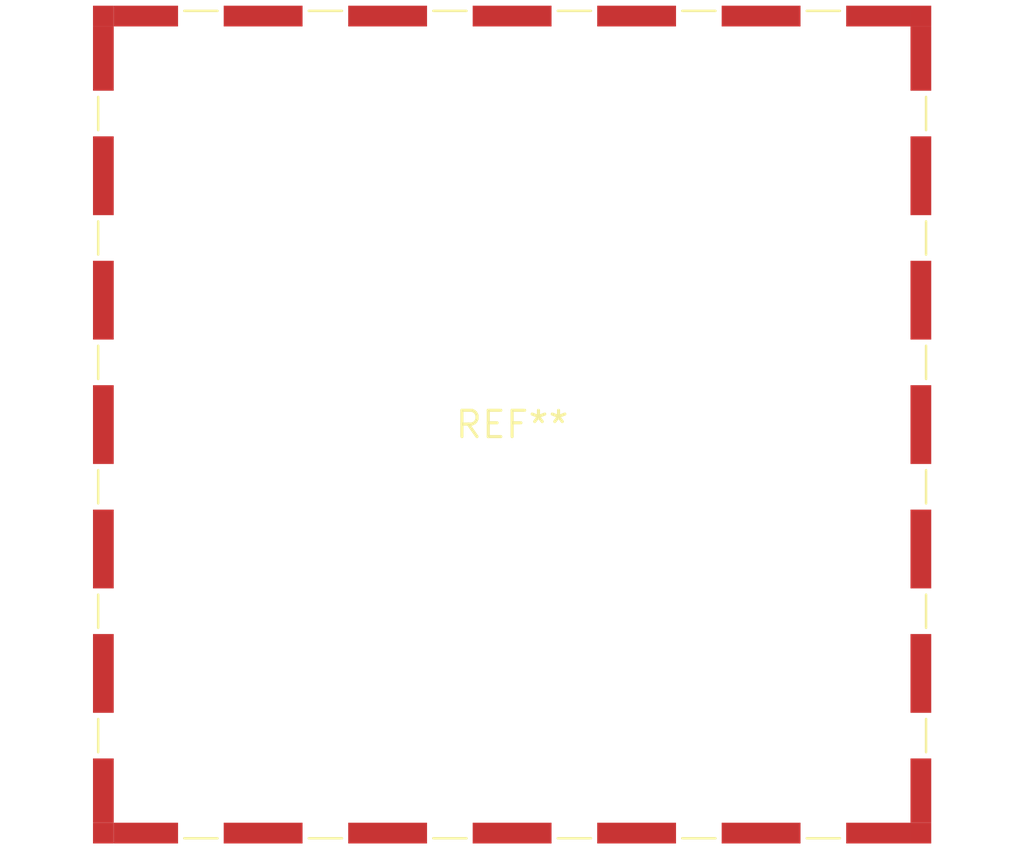
<source format=kicad_pcb>
(kicad_pcb (version 20240108) (generator pcbnew)
  (layers (0 "F.Cu" signal) (31 "B.Cu" signal) (34 "B.Paste" user) (35 "F.Paste" user) (36 "B.SilkS" user "B.Silkscreen") (37 "F.SilkS" user "F.Silkscreen") (38 "B.Mask" user) (39 "F.Mask" user) (44 "Edge.Cuts" user))
  (net 0 "")
  (footprint "Laird_Technologies_BMI-S-208-F_39.60x39.60mm" (layer "F.Cu") (at 0 0)
    (property "Reference" "REF**")
    (property "Value" "Laird_Technologies_BMI-S-208-F_39.60x39.60mm")
    (fp_line (start -19.95 -15.8) (end -19.95 -14.2) (layer "F.SilkS") (stroke (width 0.12)))
    (fp_line (start -19.95 -9.8) (end -19.95 -8.2) (layer "F.SilkS") (stroke (width 0.12)))
    (fp_line (start -19.95 -3.8) (end -19.95 -2.2) (layer "F.SilkS") (stroke (width 0.12)))
    (fp_line (start -19.95 2.2) (end -19.95 3.8) (layer "F.SilkS") (stroke (width 0.12)))
    (fp_line (start -19.95 8.2) (end -19.95 9.8) (layer "F.SilkS") (stroke (width 0.12)))
    (fp_line (start -19.95 14.2) (end -19.95 15.8) (layer "F.SilkS") (stroke (width 0.12)))
    (fp_line (start -15.8 -19.95) (end -14.2 -19.95) (layer "F.SilkS") (stroke (width 0.12)))
    (fp_line (start -15.8 19.95) (end -14.2 19.95) (layer "F.SilkS") (stroke (width 0.12)))
    (fp_line (start -9.8 -19.95) (end -8.2 -19.95) (layer "F.SilkS") (stroke (width 0.12)))
    (fp_line (start -9.8 19.95) (end -8.2 19.95) (layer "F.SilkS") (stroke (width 0.12)))
    (fp_line (start -3.8 -19.95) (end -2.2 -19.95) (layer "F.SilkS") (stroke (width 0.12)))
    (fp_line (start -3.8 19.95) (end -2.2 19.95) (layer "F.SilkS") (stroke (width 0.12)))
    (fp_line (start 2.2 -19.95) (end 3.8 -19.95) (layer "F.SilkS") (stroke (width 0.12)))
    (fp_line (start 2.2 19.95) (end 3.8 19.95) (layer "F.SilkS") (stroke (width 0.12)))
    (fp_line (start 8.2 -19.95) (end 9.8 -19.95) (layer "F.SilkS") (stroke (width 0.12)))
    (fp_line (start 8.2 19.95) (end 9.8 19.95) (layer "F.SilkS") (stroke (width 0.12)))
    (fp_line (start 14.2 -19.95) (end 15.8 -19.95) (layer "F.SilkS") (stroke (width 0.12)))
    (fp_line (start 14.2 19.95) (end 15.8 19.95) (layer "F.SilkS") (stroke (width 0.12)))
    (fp_line (start 19.95 -15.8) (end 19.95 -14.2) (layer "F.SilkS") (stroke (width 0.12)))
    (fp_line (start 19.95 -9.8) (end 19.95 -8.2) (layer "F.SilkS") (stroke (width 0.12)))
    (fp_line (start 19.95 -3.8) (end 19.95 -2.2) (layer "F.SilkS") (stroke (width 0.12)))
    (fp_line (start 19.95 2.2) (end 19.95 3.8) (layer "F.SilkS") (stroke (width 0.12)))
    (fp_line (start 19.95 8.2) (end 19.95 9.8) (layer "F.SilkS") (stroke (width 0.12)))
    (fp_line (start 19.95 14.2) (end 19.95 15.8) (layer "F.SilkS") (stroke (width 0.12)))
    (pad "1" smd rect (at -19.7 -19.7) (size 1 1) (layers "F.Cu" "F.Paste" "F.Mask"))
    (pad "1" smd rect (at -19.7 -17.65) (size 1 3.1) (layers "F.Cu" "F.Paste" "F.Mask"))
    (pad "1" smd rect (at -19.7 -12) (size 1 3.8) (layers "F.Cu" "F.Paste" "F.Mask"))
    (pad "1" smd rect (at -19.7 -6) (size 1 3.8) (layers "F.Cu" "F.Paste" "F.Mask"))
    (pad "1" smd rect (at -19.7 0) (size 1 3.8) (layers "F.Cu" "F.Paste" "F.Mask"))
    (pad "1" smd rect (at -19.7 6) (size 1 3.8) (layers "F.Cu" "F.Paste" "F.Mask"))
    (pad "1" smd rect (at -19.7 12) (size 1 3.8) (layers "F.Cu" "F.Paste" "F.Mask"))
    (pad "1" smd rect (at -19.7 17.65) (size 1 3.1) (layers "F.Cu" "F.Paste" "F.Mask"))
    (pad "1" smd rect (at -19.7 19.7) (size 1 1) (layers "F.Cu" "F.Paste" "F.Mask"))
    (pad "1" smd rect (at -17.65 -19.7) (size 3.1 1) (layers "F.Cu" "F.Paste" "F.Mask"))
    (pad "1" smd rect (at -17.65 19.7) (size 3.1 1) (layers "F.Cu" "F.Paste" "F.Mask"))
    (pad "1" smd rect (at -12 -19.7) (size 3.8 1) (layers "F.Cu" "F.Paste" "F.Mask"))
    (pad "1" smd rect (at -12 19.7) (size 3.8 1) (layers "F.Cu" "F.Paste" "F.Mask"))
    (pad "1" smd rect (at -6 -19.7) (size 3.8 1) (layers "F.Cu" "F.Paste" "F.Mask"))
    (pad "1" smd rect (at -6 19.7) (size 3.8 1) (layers "F.Cu" "F.Paste" "F.Mask"))
    (pad "1" smd rect (at 0 -19.7) (size 3.8 1) (layers "F.Cu" "F.Paste" "F.Mask"))
    (pad "1" smd rect (at 0 19.7) (size 3.8 1) (layers "F.Cu" "F.Paste" "F.Mask"))
    (pad "1" smd rect (at 6 -19.7) (size 3.8 1) (layers "F.Cu" "F.Paste" "F.Mask"))
    (pad "1" smd rect (at 6 19.7) (size 3.8 1) (layers "F.Cu" "F.Paste" "F.Mask"))
    (pad "1" smd rect (at 12 -19.7) (size 3.8 1) (layers "F.Cu" "F.Paste" "F.Mask"))
    (pad "1" smd rect (at 12 19.7) (size 3.8 1) (layers "F.Cu" "F.Paste" "F.Mask"))
    (pad "1" smd rect (at 17.65 -19.7) (size 3.1 1) (layers "F.Cu" "F.Paste" "F.Mask"))
    (pad "1" smd rect (at 17.65 19.7) (size 3.1 1) (layers "F.Cu" "F.Paste" "F.Mask"))
    (pad "1" smd rect (at 19.7 -19.7) (size 1 1) (layers "F.Cu" "F.Paste" "F.Mask"))
    (pad "1" smd rect (at 19.7 -17.65) (size 1 3.1) (layers "F.Cu" "F.Paste" "F.Mask"))
    (pad "1" smd rect (at 19.7 -12) (size 1 3.8) (layers "F.Cu" "F.Paste" "F.Mask"))
    (pad "1" smd rect (at 19.7 -6) (size 1 3.8) (layers "F.Cu" "F.Paste" "F.Mask"))
    (pad "1" smd rect (at 19.7 0) (size 1 3.8) (layers "F.Cu" "F.Paste" "F.Mask"))
    (pad "1" smd rect (at 19.7 6) (size 1 3.8) (layers "F.Cu" "F.Paste" "F.Mask"))
    (pad "1" smd rect (at 19.7 12) (size 1 3.8) (layers "F.Cu" "F.Paste" "F.Mask"))
    (pad "1" smd rect (at 19.7 17.65) (size 1 3.1) (layers "F.Cu" "F.Paste" "F.Mask"))
    (pad "1" smd rect (at 19.7 19.7) (size 1 1) (layers "F.Cu" "F.Paste" "F.Mask"))
  )
)
</source>
